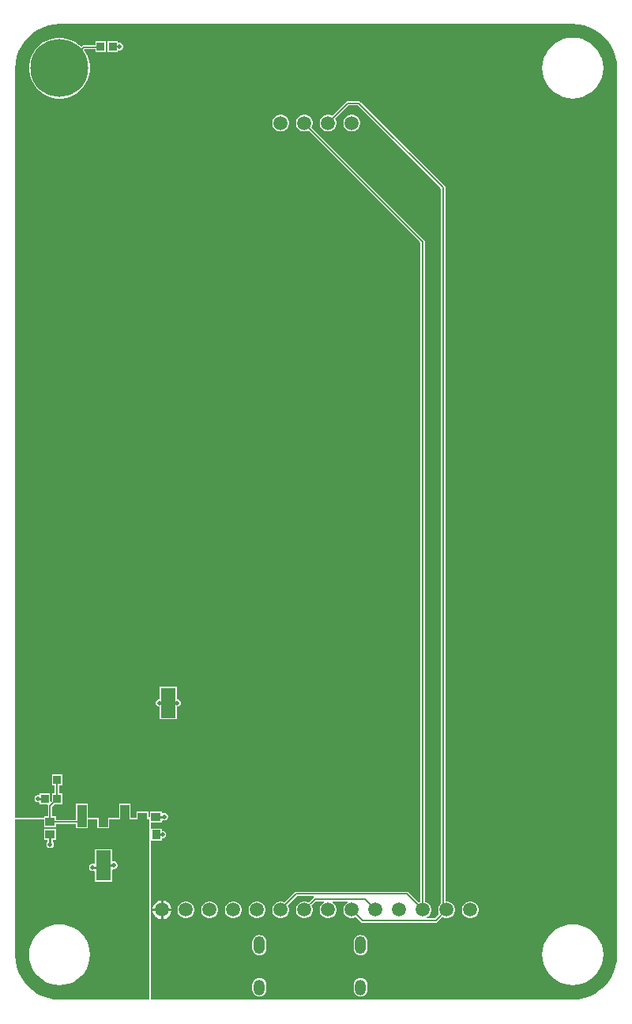
<source format=gtl>
G04*
G04 #@! TF.GenerationSoftware,Altium Limited,Altium Designer,22.11.1 (43)*
G04*
G04 Layer_Physical_Order=1*
G04 Layer_Color=255*
%FSLAX25Y25*%
%MOIN*%
G70*
G04*
G04 #@! TF.SameCoordinates,1D5D8595-F9E1-464C-B53C-8977FC05DA47*
G04*
G04*
G04 #@! TF.FilePolarity,Positive*
G04*
G01*
G75*
%ADD11C,0.01000*%
%ADD14C,0.00600*%
%ADD16R,0.06299X0.12598*%
%ADD17R,0.03937X0.09449*%
%ADD18R,0.12992X0.09449*%
%ADD19R,0.03937X0.03543*%
%ADD20R,0.03347X0.03740*%
%ADD21R,0.03963X0.03812*%
%ADD22R,0.03543X0.03937*%
%ADD34C,0.05906*%
%ADD35O,0.04724X0.06693*%
%ADD36O,0.04724X0.07480*%
%ADD37C,0.24410*%
%ADD38C,0.01968*%
G36*
X238673Y412121D02*
X241083Y411641D01*
X243409Y410852D01*
X245612Y409765D01*
X247654Y408400D01*
X249501Y406781D01*
X251121Y404934D01*
X252486Y402891D01*
X253572Y400688D01*
X254362Y398362D01*
X254841Y395953D01*
X255000Y393531D01*
X254994Y393501D01*
Y19484D01*
X255000Y19455D01*
X254841Y17033D01*
X254362Y14624D01*
X253572Y12297D01*
X252486Y10094D01*
X251121Y8052D01*
X249501Y6205D01*
X247654Y4585D01*
X245612Y3220D01*
X243409Y2134D01*
X241083Y1344D01*
X238673Y865D01*
X236251Y706D01*
X236222Y712D01*
X58149D01*
Y67334D01*
X58176Y67823D01*
X58649Y67823D01*
X62719D01*
Y68661D01*
X62790Y68709D01*
X63420D01*
X64001Y68950D01*
X64447Y69395D01*
X64688Y69977D01*
Y70606D01*
X64447Y71188D01*
X64001Y71633D01*
X63420Y71874D01*
X62790D01*
X62719Y71922D01*
Y72760D01*
X58176Y72760D01*
X58149Y73249D01*
Y75278D01*
X62839D01*
Y76148D01*
X63339Y76454D01*
X63660Y76321D01*
X64289D01*
X64871Y76562D01*
X65316Y77007D01*
X65557Y77589D01*
Y78219D01*
X65316Y78800D01*
X64871Y79246D01*
X64289Y79487D01*
X63660D01*
X63339Y79354D01*
X62839Y79660D01*
Y80090D01*
X57876D01*
Y78002D01*
X57414Y77684D01*
X57124Y77792D01*
Y80090D01*
X52161D01*
Y77524D01*
X49694D01*
Y83437D01*
X44757D01*
Y77524D01*
X40639D01*
X40179Y77334D01*
X39989Y76875D01*
Y73638D01*
X36351D01*
Y76875D01*
X36161Y77334D01*
X35702Y77524D01*
X31583D01*
Y83437D01*
X26646D01*
Y76563D01*
X18184D01*
Y77917D01*
X16634D01*
Y82057D01*
X17714Y83138D01*
X20763D01*
Y87878D01*
X19507D01*
Y91094D01*
X20763D01*
Y95834D01*
X16417D01*
Y91094D01*
X17672D01*
Y87878D01*
X16417D01*
Y84469D01*
X16102Y84214D01*
X15645Y84412D01*
Y87878D01*
X11299D01*
Y87269D01*
X11031Y87090D01*
X10401D01*
X9819Y86849D01*
X9374Y86404D01*
X9133Y85822D01*
Y85193D01*
X9374Y84611D01*
X9819Y84166D01*
X10401Y83925D01*
X11031D01*
X11299Y83746D01*
Y83138D01*
X14500D01*
X14603Y83040D01*
X14838Y82638D01*
X14798Y82437D01*
Y77917D01*
X13247D01*
Y77524D01*
X913D01*
Y393501D01*
X907Y393531D01*
X1066Y395953D01*
X1545Y398362D01*
X2335Y400688D01*
X3421Y402891D01*
X4786Y404934D01*
X6406Y406781D01*
X8252Y408400D01*
X10295Y409765D01*
X12498Y410852D01*
X14824Y411641D01*
X17234Y412121D01*
X19656Y412279D01*
X19685Y412274D01*
X236222D01*
X236251Y412279D01*
X238673Y412121D01*
D02*
G37*
G36*
X57500Y712D02*
X19685D01*
X19656Y706D01*
X17234Y865D01*
X14824Y1344D01*
X12498Y2134D01*
X10295Y3220D01*
X8252Y4585D01*
X6406Y6205D01*
X4786Y8052D01*
X3421Y10094D01*
X2335Y12297D01*
X1545Y14624D01*
X1066Y17033D01*
X907Y19455D01*
X913Y19484D01*
Y76875D01*
X13247D01*
Y73374D01*
X18184D01*
Y74728D01*
X26646D01*
Y72988D01*
X31583D01*
Y76875D01*
X35702D01*
Y72988D01*
X40639D01*
Y76875D01*
X57500D01*
Y712D01*
D02*
G37*
%LPC*%
G36*
X44268Y405127D02*
X39922D01*
Y400387D01*
X44268D01*
Y400995D01*
X44536Y401174D01*
X45166D01*
X45747Y401415D01*
X46192Y401861D01*
X46433Y402442D01*
Y403072D01*
X46192Y403653D01*
X45747Y404099D01*
X45166Y404340D01*
X44536D01*
X44268Y404519D01*
Y405127D01*
D02*
G37*
G36*
X20693Y406505D02*
X18677D01*
X16687Y406190D01*
X14770Y405567D01*
X12974Y404652D01*
X11343Y403468D01*
X9918Y402042D01*
X8733Y400412D01*
X7818Y398616D01*
X7196Y396699D01*
X6880Y394708D01*
Y392693D01*
X7196Y390702D01*
X7818Y388786D01*
X8733Y386990D01*
X9918Y385359D01*
X11343Y383934D01*
X12974Y382749D01*
X14770Y381834D01*
X16687Y381211D01*
X18677Y380896D01*
X20693D01*
X22683Y381211D01*
X24600Y381834D01*
X26396Y382749D01*
X28027Y383934D01*
X29452Y385359D01*
X30637Y386990D01*
X31552Y388786D01*
X32175Y390702D01*
X32490Y392693D01*
Y394708D01*
X32175Y396699D01*
X31552Y398616D01*
X30637Y400412D01*
X29998Y401291D01*
X30350Y401643D01*
X34803D01*
Y400387D01*
X39150D01*
Y405127D01*
X34803D01*
Y403478D01*
X29969D01*
X29618Y403408D01*
X29321Y403209D01*
X28803Y402691D01*
X28027Y403468D01*
X26396Y404652D01*
X24600Y405567D01*
X22683Y406190D01*
X20693Y406505D01*
D02*
G37*
G36*
X236221Y406545D02*
X234211Y406387D01*
X232251Y405916D01*
X230389Y405145D01*
X228671Y404092D01*
X227138Y402783D01*
X225829Y401251D01*
X224776Y399532D01*
X224005Y397670D01*
X223534Y395710D01*
X223376Y393701D01*
X223534Y391691D01*
X224005Y389732D01*
X224776Y387870D01*
X225829Y386151D01*
X227138Y384618D01*
X228671Y383310D01*
X230389Y382256D01*
X232251Y381485D01*
X234211Y381015D01*
X236221Y380856D01*
X238230Y381015D01*
X240190Y381485D01*
X242052Y382256D01*
X243770Y383310D01*
X245303Y384618D01*
X246612Y386151D01*
X247665Y387870D01*
X248436Y389732D01*
X248907Y391691D01*
X249065Y393701D01*
X248907Y395710D01*
X248436Y397670D01*
X247665Y399532D01*
X246612Y401251D01*
X245303Y402783D01*
X243770Y404092D01*
X242052Y405145D01*
X240190Y405916D01*
X238230Y406387D01*
X236221Y406545D01*
D02*
G37*
G36*
X143419Y374022D02*
X142483D01*
X141580Y373780D01*
X140770Y373312D01*
X140108Y372651D01*
X139640Y371841D01*
X139398Y370937D01*
Y370002D01*
X139640Y369098D01*
X140108Y368288D01*
X140770Y367627D01*
X141580Y367159D01*
X142483Y366917D01*
X143419D01*
X144323Y367159D01*
X145133Y367627D01*
X145794Y368288D01*
X146262Y369098D01*
X146504Y370002D01*
Y370937D01*
X146262Y371841D01*
X145794Y372651D01*
X145133Y373312D01*
X144323Y373780D01*
X143419Y374022D01*
D02*
G37*
G36*
X113419D02*
X112483D01*
X111580Y373780D01*
X110770Y373312D01*
X110108Y372651D01*
X109641Y371841D01*
X109398Y370937D01*
Y370002D01*
X109641Y369098D01*
X110108Y368288D01*
X110770Y367627D01*
X111580Y367159D01*
X112483Y366917D01*
X113419D01*
X114322Y367159D01*
X115133Y367627D01*
X115794Y368288D01*
X116262Y369098D01*
X116504Y370002D01*
Y370937D01*
X116262Y371841D01*
X115794Y372651D01*
X115133Y373312D01*
X114322Y373780D01*
X113419Y374022D01*
D02*
G37*
G36*
X69207Y132642D02*
X61907D01*
Y127425D01*
X61568D01*
X60987Y127184D01*
X60542Y126739D01*
X60301Y126157D01*
Y125528D01*
X60542Y124946D01*
X60987Y124501D01*
X61568Y124260D01*
X61907D01*
Y119043D01*
X69207D01*
Y124260D01*
X69583D01*
X70164Y124501D01*
X70609Y124946D01*
X70850Y125528D01*
Y126157D01*
X70609Y126739D01*
X70164Y127184D01*
X69583Y127425D01*
X69207D01*
Y132642D01*
D02*
G37*
G36*
X63472Y42534D02*
X63451D01*
Y39081D01*
X66904D01*
Y39101D01*
X66635Y40106D01*
X66114Y41008D01*
X65378Y41744D01*
X64477Y42264D01*
X63472Y42534D01*
D02*
G37*
G36*
X62451D02*
X62431D01*
X61426Y42264D01*
X60524Y41744D01*
X59788Y41008D01*
X59268Y40106D01*
X58998Y39101D01*
Y39081D01*
X62451D01*
Y42534D01*
D02*
G37*
G36*
X193419Y42134D02*
X192483D01*
X191580Y41892D01*
X190770Y41424D01*
X190108Y40762D01*
X189640Y39952D01*
X189398Y39049D01*
Y38113D01*
X189640Y37209D01*
X190108Y36399D01*
X190770Y35738D01*
X191580Y35270D01*
X192483Y35028D01*
X193419D01*
X194323Y35270D01*
X195133Y35738D01*
X195794Y36399D01*
X196262Y37209D01*
X196504Y38113D01*
Y39049D01*
X196262Y39952D01*
X195794Y40762D01*
X195133Y41424D01*
X194323Y41892D01*
X193419Y42134D01*
D02*
G37*
G36*
X103419D02*
X102483D01*
X101580Y41892D01*
X100770Y41424D01*
X100108Y40762D01*
X99641Y39952D01*
X99398Y39049D01*
Y38113D01*
X99641Y37209D01*
X100108Y36399D01*
X100770Y35738D01*
X101580Y35270D01*
X102483Y35028D01*
X103419D01*
X104323Y35270D01*
X105133Y35738D01*
X105794Y36399D01*
X106262Y37209D01*
X106504Y38113D01*
Y39049D01*
X106262Y39952D01*
X105794Y40762D01*
X105133Y41424D01*
X104323Y41892D01*
X103419Y42134D01*
D02*
G37*
G36*
X93419D02*
X92484D01*
X91580Y41892D01*
X90770Y41424D01*
X90108Y40762D01*
X89640Y39952D01*
X89398Y39049D01*
Y38113D01*
X89640Y37209D01*
X90108Y36399D01*
X90770Y35738D01*
X91580Y35270D01*
X92484Y35028D01*
X93419D01*
X94323Y35270D01*
X95133Y35738D01*
X95794Y36399D01*
X96262Y37209D01*
X96504Y38113D01*
Y39049D01*
X96262Y39952D01*
X95794Y40762D01*
X95133Y41424D01*
X94323Y41892D01*
X93419Y42134D01*
D02*
G37*
G36*
X83419D02*
X82484D01*
X81580Y41892D01*
X80770Y41424D01*
X80108Y40762D01*
X79641Y39952D01*
X79398Y39049D01*
Y38113D01*
X79641Y37209D01*
X80108Y36399D01*
X80770Y35738D01*
X81580Y35270D01*
X82484Y35028D01*
X83419D01*
X84323Y35270D01*
X85133Y35738D01*
X85794Y36399D01*
X86262Y37209D01*
X86504Y38113D01*
Y39049D01*
X86262Y39952D01*
X85794Y40762D01*
X85133Y41424D01*
X84323Y41892D01*
X83419Y42134D01*
D02*
G37*
G36*
X73419D02*
X72483D01*
X71580Y41892D01*
X70770Y41424D01*
X70108Y40762D01*
X69640Y39952D01*
X69398Y39049D01*
Y38113D01*
X69640Y37209D01*
X70108Y36399D01*
X70770Y35738D01*
X71580Y35270D01*
X72483Y35028D01*
X73419D01*
X74322Y35270D01*
X75133Y35738D01*
X75794Y36399D01*
X76262Y37209D01*
X76504Y38113D01*
Y39049D01*
X76262Y39952D01*
X75794Y40762D01*
X75133Y41424D01*
X74322Y41892D01*
X73419Y42134D01*
D02*
G37*
G36*
X146021Y379765D02*
X141330D01*
X140978Y379696D01*
X140681Y379497D01*
X134729Y373545D01*
X134323Y373780D01*
X133419Y374022D01*
X132483D01*
X131580Y373780D01*
X130770Y373312D01*
X130108Y372651D01*
X129640Y371841D01*
X129398Y370937D01*
Y370002D01*
X129640Y369098D01*
X130108Y368288D01*
X130770Y367627D01*
X131580Y367159D01*
X132483Y366917D01*
X133419D01*
X134323Y367159D01*
X135133Y367627D01*
X135794Y368288D01*
X136262Y369098D01*
X136504Y370002D01*
Y370937D01*
X136262Y371841D01*
X136027Y372248D01*
X141710Y377930D01*
X145641D01*
X180662Y342909D01*
Y41388D01*
X180674Y41328D01*
X180108Y40762D01*
X179640Y39952D01*
X179398Y39049D01*
Y38113D01*
X179640Y37209D01*
X179875Y36803D01*
X178019Y34947D01*
X174762D01*
X174628Y35447D01*
X175133Y35738D01*
X175794Y36399D01*
X176262Y37209D01*
X176504Y38113D01*
Y39049D01*
X176262Y39952D01*
X175794Y40762D01*
X175133Y41424D01*
X174322Y41892D01*
X173869Y42013D01*
Y320469D01*
X173799Y320820D01*
X173600Y321118D01*
X126027Y368691D01*
X126262Y369098D01*
X126504Y370002D01*
Y370937D01*
X126262Y371841D01*
X125794Y372651D01*
X125133Y373312D01*
X124322Y373780D01*
X123419Y374022D01*
X122483D01*
X121580Y373780D01*
X120770Y373312D01*
X120108Y372651D01*
X119641Y371841D01*
X119398Y370937D01*
Y370002D01*
X119641Y369098D01*
X120108Y368288D01*
X120770Y367627D01*
X121580Y367159D01*
X122483Y366917D01*
X123419D01*
X124322Y367159D01*
X124729Y367394D01*
X172034Y320089D01*
Y42013D01*
X171580Y41892D01*
X171173Y41657D01*
X166911Y45919D01*
X166613Y46118D01*
X166262Y46188D01*
X119641D01*
X119289Y46118D01*
X118992Y45919D01*
X114729Y41657D01*
X114322Y41892D01*
X113419Y42134D01*
X112483D01*
X111580Y41892D01*
X110770Y41424D01*
X110108Y40762D01*
X109641Y39952D01*
X109398Y39049D01*
Y38113D01*
X109641Y37209D01*
X110108Y36399D01*
X110770Y35738D01*
X111580Y35270D01*
X112483Y35028D01*
X113419D01*
X114322Y35270D01*
X115133Y35738D01*
X115794Y36399D01*
X116262Y37209D01*
X116504Y38113D01*
Y39049D01*
X116262Y39952D01*
X116027Y40359D01*
X120021Y44353D01*
X126809D01*
X126960Y43853D01*
X126854Y43782D01*
X124729Y41657D01*
X124322Y41892D01*
X123419Y42134D01*
X122483D01*
X121580Y41892D01*
X120770Y41424D01*
X120108Y40762D01*
X119641Y39952D01*
X119398Y39049D01*
Y38113D01*
X119641Y37209D01*
X120108Y36399D01*
X120770Y35738D01*
X121580Y35270D01*
X122483Y35028D01*
X123419D01*
X124322Y35270D01*
X125133Y35738D01*
X125794Y36399D01*
X126262Y37209D01*
X126504Y38113D01*
Y39049D01*
X126262Y39952D01*
X126027Y40359D01*
X127883Y42215D01*
X131140D01*
X131274Y41715D01*
X130770Y41424D01*
X130108Y40762D01*
X129640Y39952D01*
X129398Y39049D01*
Y38113D01*
X129640Y37209D01*
X130108Y36399D01*
X130770Y35738D01*
X131580Y35270D01*
X132483Y35028D01*
X133419D01*
X134323Y35270D01*
X135133Y35738D01*
X135794Y36399D01*
X136262Y37209D01*
X136504Y38113D01*
Y39049D01*
X136262Y39952D01*
X135794Y40762D01*
X135133Y41424D01*
X134628Y41715D01*
X134762Y42215D01*
X141140D01*
X141274Y41715D01*
X140770Y41424D01*
X140108Y40762D01*
X139640Y39952D01*
X139398Y39049D01*
Y38113D01*
X139640Y37209D01*
X140108Y36399D01*
X140770Y35738D01*
X141580Y35270D01*
X142483Y35028D01*
X143419D01*
X144323Y35270D01*
X144729Y35505D01*
X146854Y33380D01*
X147152Y33181D01*
X147503Y33111D01*
X178399D01*
X178750Y33181D01*
X179048Y33380D01*
X181173Y35505D01*
X181580Y35270D01*
X182483Y35028D01*
X183419D01*
X184323Y35270D01*
X185133Y35738D01*
X185794Y36399D01*
X186262Y37209D01*
X186504Y38113D01*
Y39049D01*
X186262Y39952D01*
X185794Y40762D01*
X185133Y41424D01*
X184323Y41892D01*
X183419Y42134D01*
X182498D01*
Y343289D01*
X182428Y343640D01*
X182229Y343938D01*
X146670Y379497D01*
X146372Y379696D01*
X146021Y379765D01*
D02*
G37*
G36*
X66904Y38081D02*
X63451D01*
Y34628D01*
X63472D01*
X64477Y34897D01*
X65378Y35418D01*
X66114Y36154D01*
X66635Y37055D01*
X66904Y38060D01*
Y38081D01*
D02*
G37*
G36*
X62451D02*
X58998D01*
Y38060D01*
X59268Y37055D01*
X59788Y36154D01*
X60524Y35418D01*
X61426Y34897D01*
X62431Y34628D01*
X62451D01*
Y38081D01*
D02*
G37*
G36*
X146714Y27996D02*
X145941Y27894D01*
X145220Y27595D01*
X144601Y27121D01*
X144126Y26502D01*
X143828Y25781D01*
X143726Y25008D01*
Y22252D01*
X143828Y21479D01*
X144126Y20758D01*
X144601Y20139D01*
X145220Y19665D01*
X145941Y19366D01*
X146714Y19264D01*
X147487Y19366D01*
X148208Y19665D01*
X148827Y20139D01*
X149301Y20758D01*
X149600Y21479D01*
X149702Y22252D01*
Y25008D01*
X149600Y25781D01*
X149301Y26502D01*
X148827Y27121D01*
X148208Y27595D01*
X147487Y27894D01*
X146714Y27996D01*
D02*
G37*
G36*
X103997D02*
X103224Y27894D01*
X102504Y27595D01*
X101885Y27121D01*
X101410Y26502D01*
X101111Y25781D01*
X101010Y25008D01*
Y22252D01*
X101111Y21479D01*
X101410Y20758D01*
X101885Y20139D01*
X102504Y19665D01*
X103224Y19366D01*
X103997Y19264D01*
X104771Y19366D01*
X105491Y19665D01*
X106110Y20139D01*
X106585Y20758D01*
X106883Y21479D01*
X106985Y22252D01*
Y25008D01*
X106883Y25781D01*
X106585Y26502D01*
X106110Y27121D01*
X105491Y27595D01*
X104771Y27894D01*
X103997Y27996D01*
D02*
G37*
G36*
X236221Y32529D02*
X234211Y32371D01*
X232251Y31901D01*
X230389Y31129D01*
X228671Y30076D01*
X227138Y28767D01*
X225829Y27235D01*
X224776Y25516D01*
X224005Y23654D01*
X223534Y21694D01*
X223376Y19685D01*
X223534Y17676D01*
X224005Y15716D01*
X224776Y13854D01*
X225829Y12135D01*
X227138Y10603D01*
X228671Y9294D01*
X230389Y8241D01*
X232251Y7469D01*
X234211Y6999D01*
X236221Y6841D01*
X238230Y6999D01*
X240190Y7469D01*
X242052Y8241D01*
X243770Y9294D01*
X245303Y10603D01*
X246612Y12135D01*
X247665Y13854D01*
X248436Y15716D01*
X248907Y17676D01*
X249065Y19685D01*
X248907Y21694D01*
X248436Y23654D01*
X247665Y25516D01*
X246612Y27235D01*
X245303Y28767D01*
X243770Y30076D01*
X242052Y31129D01*
X240190Y31901D01*
X238230Y32371D01*
X236221Y32529D01*
D02*
G37*
G36*
X146714Y9885D02*
X145941Y9784D01*
X145220Y9485D01*
X144601Y9010D01*
X144126Y8392D01*
X143828Y7671D01*
X143726Y6898D01*
Y4929D01*
X143828Y4156D01*
X144126Y3435D01*
X144601Y2816D01*
X145220Y2342D01*
X145941Y2043D01*
X146714Y1941D01*
X147487Y2043D01*
X148208Y2342D01*
X148827Y2816D01*
X149301Y3435D01*
X149600Y4156D01*
X149702Y4929D01*
Y6898D01*
X149600Y7671D01*
X149301Y8392D01*
X148827Y9010D01*
X148208Y9485D01*
X147487Y9784D01*
X146714Y9885D01*
D02*
G37*
G36*
X103997D02*
X103224Y9784D01*
X102504Y9485D01*
X101885Y9010D01*
X101410Y8392D01*
X101111Y7671D01*
X101010Y6898D01*
Y4929D01*
X101111Y4156D01*
X101410Y3435D01*
X101885Y2816D01*
X102504Y2342D01*
X103224Y2043D01*
X103997Y1941D01*
X104771Y2043D01*
X105491Y2342D01*
X106110Y2816D01*
X106585Y3435D01*
X106883Y4156D01*
X106985Y4929D01*
Y6898D01*
X106883Y7671D01*
X106585Y8392D01*
X106110Y9010D01*
X105491Y9485D01*
X104771Y9784D01*
X103997Y9885D01*
D02*
G37*
G36*
X18184Y72602D02*
X13247D01*
Y68059D01*
X14594D01*
Y67317D01*
X14374Y67097D01*
X14133Y66515D01*
Y65885D01*
X14374Y65304D01*
X14819Y64858D01*
X15401Y64618D01*
X16031D01*
X16612Y64858D01*
X17058Y65304D01*
X17299Y65885D01*
Y66515D01*
X17058Y67097D01*
X16838Y67317D01*
Y68059D01*
X18184D01*
Y72602D01*
D02*
G37*
G36*
X41820Y64142D02*
X34520D01*
Y58319D01*
X34105Y58041D01*
X34005Y58083D01*
X33375D01*
X32794Y57842D01*
X32348Y57397D01*
X32107Y56815D01*
Y56185D01*
X32348Y55603D01*
X32794Y55158D01*
X33375Y54917D01*
X34005D01*
X34105Y54959D01*
X34520Y54681D01*
Y50543D01*
X41820D01*
Y55525D01*
X42235Y55803D01*
X42340Y55760D01*
X42970D01*
X43551Y56001D01*
X43997Y56446D01*
X44238Y57028D01*
Y57657D01*
X43997Y58239D01*
X43551Y58684D01*
X42970Y58925D01*
X42340D01*
X42235Y58882D01*
X41820Y59160D01*
Y64142D01*
D02*
G37*
G36*
X19685Y32529D02*
X17676Y32371D01*
X15716Y31901D01*
X13854Y31129D01*
X12135Y30076D01*
X10603Y28767D01*
X9294Y27235D01*
X8241Y25516D01*
X7469Y23654D01*
X6999Y21694D01*
X6841Y19685D01*
X6999Y17676D01*
X7469Y15716D01*
X8241Y13854D01*
X9294Y12135D01*
X10603Y10603D01*
X12135Y9294D01*
X13854Y8241D01*
X15716Y7469D01*
X17676Y6999D01*
X19685Y6841D01*
X21694Y6999D01*
X23654Y7469D01*
X25516Y8241D01*
X27235Y9294D01*
X28767Y10603D01*
X30076Y12135D01*
X31129Y13854D01*
X31901Y15716D01*
X32371Y17676D01*
X32529Y19685D01*
X32371Y21694D01*
X31901Y23654D01*
X31129Y25516D01*
X30076Y27235D01*
X28767Y28767D01*
X27235Y30076D01*
X25516Y31129D01*
X23654Y31901D01*
X21694Y32371D01*
X19685Y32529D01*
D02*
G37*
%LPD*%
D11*
X60448Y70292D02*
X63105D01*
X60448Y70292D02*
X60448Y70292D01*
X65557Y125842D02*
X69268D01*
X61883D02*
X65557D01*
X38170Y59150D02*
X39977Y57342D01*
X38170D02*
Y59150D01*
X39977Y57342D02*
X42655D01*
X35520Y56500D02*
X38170Y59150D01*
X33690Y56500D02*
X35520D01*
X60358Y77684D02*
X60578Y77904D01*
X63974D01*
X10716Y85508D02*
X13472D01*
X15716Y66200D02*
Y70331D01*
D14*
X18590Y85508D02*
Y93464D01*
X15716Y82437D02*
X18590Y85311D01*
Y85508D01*
X15716Y75646D02*
Y82437D01*
X27446Y75646D02*
X29115Y77314D01*
X15716Y75646D02*
X27446D01*
X29115Y77314D02*
Y78213D01*
X148399Y43133D02*
X152951Y38581D01*
X181580Y41388D02*
X181936Y41032D01*
Y40308D02*
Y41032D01*
X122951Y38581D02*
X127503Y43133D01*
X181580Y41388D02*
Y343289D01*
X132951Y370469D02*
X141330Y378848D01*
X181580Y39952D02*
X182951Y38581D01*
X181580Y39952D02*
X181936Y40308D01*
X122951Y370469D02*
X172951Y320469D01*
X119641Y45270D02*
X166262D01*
X112951Y38581D02*
X119641Y45270D01*
X178399Y34029D02*
X182951Y38581D01*
X172951D02*
Y320469D01*
X147503Y34029D02*
X178399D01*
X166262Y45270D02*
X172951Y38581D01*
X142951D02*
X147503Y34029D01*
X127503Y43133D02*
X148399D01*
X146021Y378848D02*
X181580Y343289D01*
X141330Y378848D02*
X146021D01*
X42095Y402757D02*
X44851D01*
X42095Y402757D02*
X42095Y402757D01*
X25666Y398256D02*
X29969Y402560D01*
X24241Y398256D02*
X25666D01*
X36780Y402560D02*
X36977Y402757D01*
X29969Y402560D02*
X36780D01*
X19685Y393701D02*
X24241Y398256D01*
D16*
X65557Y125842D02*
D03*
Y106158D02*
D03*
X38170Y37657D02*
D03*
Y57342D02*
D03*
D17*
X29115Y78213D02*
D03*
X38170D02*
D03*
X47225D02*
D03*
D18*
X38170Y101047D02*
D03*
D19*
X15716Y75646D02*
D03*
Y70331D02*
D03*
D20*
X13472Y93464D02*
D03*
X18590D02*
D03*
X13472Y85508D02*
D03*
X18590D02*
D03*
X42095Y402757D02*
D03*
X36977D02*
D03*
D21*
X54642Y77684D02*
D03*
X60358D02*
D03*
D22*
X55133Y70292D02*
D03*
X60448D02*
D03*
D34*
X112951Y38581D02*
D03*
X92951D02*
D03*
X72951D02*
D03*
X102951D02*
D03*
X82951D02*
D03*
X62951D02*
D03*
X162951D02*
D03*
X192951D02*
D03*
X172951D02*
D03*
X152951D02*
D03*
X142951D02*
D03*
X182951D02*
D03*
X132951D02*
D03*
X122951D02*
D03*
X112951Y370469D02*
D03*
X122951D02*
D03*
X132951D02*
D03*
X142951D02*
D03*
D35*
X103997Y5913D02*
D03*
X146714D02*
D03*
D36*
X103997Y23630D02*
D03*
X146714D02*
D03*
D37*
X19685Y393701D02*
D03*
D38*
X63105Y70292D02*
D03*
X118909Y66218D02*
D03*
X61883Y125842D02*
D03*
X69268D02*
D03*
X42655Y57342D02*
D03*
X33690Y56500D02*
D03*
X63974Y77904D02*
D03*
X10716Y85508D02*
D03*
X15716Y66200D02*
D03*
X51500Y22000D02*
D03*
X44851Y402757D02*
D03*
M02*

</source>
